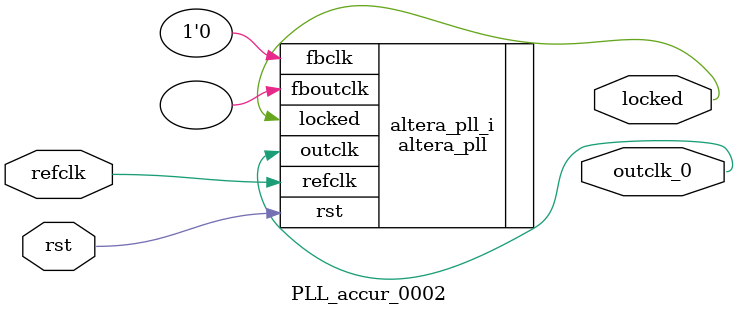
<source format=v>
`timescale 1ns/10ps
module  PLL_accur_0002(

	// interface 'refclk'
	input wire refclk,

	// interface 'reset'
	input wire rst,

	// interface 'outclk0'
	output wire outclk_0,

	// interface 'locked'
	output wire locked
);

	altera_pll #(
		.fractional_vco_multiplier("false"),
		.reference_clock_frequency("100.396825 MHz"),
		.operation_mode("direct"),
		.number_of_clocks(1),
		.output_clock_frequency0("99.998424 MHz"),
		.phase_shift0("0 ps"),
		.duty_cycle0(50),
		.output_clock_frequency1("0 MHz"),
		.phase_shift1("0 ps"),
		.duty_cycle1(50),
		.output_clock_frequency2("0 MHz"),
		.phase_shift2("0 ps"),
		.duty_cycle2(50),
		.output_clock_frequency3("0 MHz"),
		.phase_shift3("0 ps"),
		.duty_cycle3(50),
		.output_clock_frequency4("0 MHz"),
		.phase_shift4("0 ps"),
		.duty_cycle4(50),
		.output_clock_frequency5("0 MHz"),
		.phase_shift5("0 ps"),
		.duty_cycle5(50),
		.output_clock_frequency6("0 MHz"),
		.phase_shift6("0 ps"),
		.duty_cycle6(50),
		.output_clock_frequency7("0 MHz"),
		.phase_shift7("0 ps"),
		.duty_cycle7(50),
		.output_clock_frequency8("0 MHz"),
		.phase_shift8("0 ps"),
		.duty_cycle8(50),
		.output_clock_frequency9("0 MHz"),
		.phase_shift9("0 ps"),
		.duty_cycle9(50),
		.output_clock_frequency10("0 MHz"),
		.phase_shift10("0 ps"),
		.duty_cycle10(50),
		.output_clock_frequency11("0 MHz"),
		.phase_shift11("0 ps"),
		.duty_cycle11(50),
		.output_clock_frequency12("0 MHz"),
		.phase_shift12("0 ps"),
		.duty_cycle12(50),
		.output_clock_frequency13("0 MHz"),
		.phase_shift13("0 ps"),
		.duty_cycle13(50),
		.output_clock_frequency14("0 MHz"),
		.phase_shift14("0 ps"),
		.duty_cycle14(50),
		.output_clock_frequency15("0 MHz"),
		.phase_shift15("0 ps"),
		.duty_cycle15(50),
		.output_clock_frequency16("0 MHz"),
		.phase_shift16("0 ps"),
		.duty_cycle16(50),
		.output_clock_frequency17("0 MHz"),
		.phase_shift17("0 ps"),
		.duty_cycle17(50),
		.pll_type("General"),
		.pll_subtype("General")
	) altera_pll_i (
		.rst	(rst),
		.outclk	({outclk_0}),
		.locked	(locked),
		.fboutclk	( ),
		.fbclk	(1'b0),
		.refclk	(refclk)
	);
endmodule


</source>
